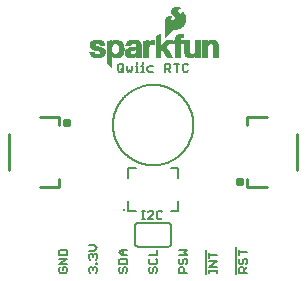
<source format=gto>
G75*
%MOIN*%
%OFA0B0*%
%FSLAX25Y25*%
%IPPOS*%
%LPD*%
%AMOC8*
5,1,8,0,0,1.08239X$1,22.5*
%
%ADD10C,0.00500*%
%ADD11C,0.01000*%
%ADD12C,0.01575*%
%ADD13C,0.00600*%
%ADD14C,0.01114*%
%ADD15C,0.00700*%
%ADD16C,0.00300*%
D10*
X0151981Y0050200D02*
X0152431Y0049750D01*
X0154233Y0049750D01*
X0154683Y0050200D01*
X0154683Y0051101D01*
X0154233Y0051552D01*
X0153332Y0051552D01*
X0153332Y0050651D01*
X0152431Y0051552D02*
X0151981Y0051101D01*
X0151981Y0050200D01*
X0151981Y0052697D02*
X0154683Y0054498D01*
X0151981Y0054498D01*
X0151981Y0055643D02*
X0151981Y0056994D01*
X0152431Y0057445D01*
X0154233Y0057445D01*
X0154683Y0056994D01*
X0154683Y0055643D01*
X0151981Y0055643D01*
X0151981Y0052697D02*
X0154683Y0052697D01*
X0161981Y0051101D02*
X0161981Y0050200D01*
X0162431Y0049750D01*
X0163332Y0050651D02*
X0163332Y0051101D01*
X0163783Y0051552D01*
X0164233Y0051552D01*
X0164683Y0051101D01*
X0164683Y0050200D01*
X0164233Y0049750D01*
X0163332Y0051101D02*
X0162882Y0051552D01*
X0162431Y0051552D01*
X0161981Y0051101D01*
X0164233Y0052697D02*
X0164233Y0053147D01*
X0164683Y0053147D01*
X0164683Y0052697D01*
X0164233Y0052697D01*
X0164233Y0054170D02*
X0164683Y0054620D01*
X0164683Y0055521D01*
X0164233Y0055971D01*
X0163783Y0055971D01*
X0163332Y0055521D01*
X0163332Y0055071D01*
X0163332Y0055521D02*
X0162882Y0055971D01*
X0162431Y0055971D01*
X0161981Y0055521D01*
X0161981Y0054620D01*
X0162431Y0054170D01*
X0161981Y0057116D02*
X0163783Y0057116D01*
X0164683Y0058017D01*
X0163783Y0058918D01*
X0161981Y0058918D01*
X0171981Y0056544D02*
X0172882Y0055643D01*
X0174683Y0055643D01*
X0174233Y0054498D02*
X0172431Y0054498D01*
X0171981Y0054048D01*
X0171981Y0052697D01*
X0174683Y0052697D01*
X0174683Y0054048D01*
X0174233Y0054498D01*
X0173332Y0055643D02*
X0173332Y0057445D01*
X0172882Y0057445D02*
X0174683Y0057445D01*
X0172882Y0057445D02*
X0171981Y0056544D01*
X0181981Y0055643D02*
X0184683Y0055643D01*
X0184683Y0057445D01*
X0184233Y0054498D02*
X0184683Y0054048D01*
X0184683Y0053147D01*
X0184233Y0052697D01*
X0182431Y0052697D01*
X0181981Y0053147D01*
X0181981Y0054048D01*
X0182431Y0054498D01*
X0182431Y0051552D02*
X0181981Y0051101D01*
X0181981Y0050200D01*
X0182431Y0049750D01*
X0182882Y0049750D01*
X0183332Y0050200D01*
X0183332Y0051101D01*
X0183783Y0051552D01*
X0184233Y0051552D01*
X0184683Y0051101D01*
X0184683Y0050200D01*
X0184233Y0049750D01*
X0191981Y0049750D02*
X0191981Y0051101D01*
X0192431Y0051552D01*
X0193332Y0051552D01*
X0193783Y0051101D01*
X0193783Y0049750D01*
X0194683Y0049750D02*
X0191981Y0049750D01*
X0192431Y0052697D02*
X0192882Y0052697D01*
X0193332Y0053147D01*
X0193332Y0054048D01*
X0193783Y0054498D01*
X0194233Y0054498D01*
X0194683Y0054048D01*
X0194683Y0053147D01*
X0194233Y0052697D01*
X0192431Y0052697D02*
X0191981Y0053147D01*
X0191981Y0054048D01*
X0192431Y0054498D01*
X0191981Y0055643D02*
X0194683Y0055643D01*
X0193783Y0056544D01*
X0194683Y0057445D01*
X0191981Y0057445D01*
X0200983Y0057357D02*
X0200983Y0049500D01*
X0201981Y0049750D02*
X0201981Y0050651D01*
X0201981Y0050200D02*
X0204683Y0050200D01*
X0204683Y0049750D02*
X0204683Y0050651D01*
X0204683Y0051714D02*
X0201981Y0051714D01*
X0204683Y0053516D01*
X0201981Y0053516D01*
X0201981Y0054661D02*
X0201981Y0056462D01*
X0201981Y0055562D02*
X0204683Y0055562D01*
X0210983Y0058340D02*
X0210983Y0049500D01*
X0211981Y0049750D02*
X0211981Y0051101D01*
X0212431Y0051552D01*
X0213332Y0051552D01*
X0213783Y0051101D01*
X0213783Y0049750D01*
X0214683Y0049750D02*
X0211981Y0049750D01*
X0213783Y0050651D02*
X0214683Y0051552D01*
X0214233Y0052697D02*
X0214683Y0053147D01*
X0214683Y0054048D01*
X0214233Y0054498D01*
X0213783Y0054498D01*
X0213332Y0054048D01*
X0213332Y0053147D01*
X0212882Y0052697D01*
X0212431Y0052697D01*
X0211981Y0053147D01*
X0211981Y0054048D01*
X0212431Y0054498D01*
X0211981Y0055643D02*
X0211981Y0057445D01*
X0211981Y0056544D02*
X0214683Y0056544D01*
X0186367Y0068100D02*
X0185917Y0067650D01*
X0185016Y0067650D01*
X0184566Y0068100D01*
X0184566Y0069902D01*
X0185016Y0070352D01*
X0185917Y0070352D01*
X0186367Y0069902D01*
X0183421Y0069902D02*
X0182970Y0070352D01*
X0182069Y0070352D01*
X0181619Y0069902D01*
X0180555Y0070352D02*
X0179655Y0070352D01*
X0180105Y0070352D02*
X0180105Y0067650D01*
X0179655Y0067650D02*
X0180555Y0067650D01*
X0181619Y0067650D02*
X0183421Y0069452D01*
X0183421Y0069902D01*
X0183421Y0067650D02*
X0181619Y0067650D01*
X0174233Y0051552D02*
X0174683Y0051101D01*
X0174683Y0050200D01*
X0174233Y0049750D01*
X0173332Y0050200D02*
X0173332Y0051101D01*
X0173783Y0051552D01*
X0174233Y0051552D01*
X0173332Y0050200D02*
X0172882Y0049750D01*
X0172431Y0049750D01*
X0171981Y0050200D01*
X0171981Y0051101D01*
X0172431Y0051552D01*
X0169947Y0099000D02*
X0169951Y0099329D01*
X0169963Y0099657D01*
X0169983Y0099985D01*
X0170011Y0100312D01*
X0170048Y0100639D01*
X0170092Y0100964D01*
X0170144Y0101288D01*
X0170204Y0101611D01*
X0170272Y0101933D01*
X0170348Y0102253D01*
X0170432Y0102570D01*
X0170523Y0102886D01*
X0170623Y0103199D01*
X0170729Y0103510D01*
X0170844Y0103818D01*
X0170966Y0104123D01*
X0171095Y0104425D01*
X0171232Y0104723D01*
X0171376Y0105018D01*
X0171528Y0105310D01*
X0171686Y0105598D01*
X0171851Y0105882D01*
X0172024Y0106161D01*
X0172203Y0106437D01*
X0172389Y0106708D01*
X0172581Y0106974D01*
X0172780Y0107235D01*
X0172985Y0107492D01*
X0173197Y0107743D01*
X0173415Y0107989D01*
X0173638Y0108230D01*
X0173868Y0108465D01*
X0174103Y0108695D01*
X0174344Y0108918D01*
X0174590Y0109136D01*
X0174841Y0109348D01*
X0175098Y0109553D01*
X0175359Y0109752D01*
X0175625Y0109944D01*
X0175896Y0110130D01*
X0176172Y0110309D01*
X0176451Y0110482D01*
X0176735Y0110647D01*
X0177023Y0110805D01*
X0177315Y0110957D01*
X0177610Y0111101D01*
X0177908Y0111238D01*
X0178210Y0111367D01*
X0178515Y0111489D01*
X0178823Y0111604D01*
X0179134Y0111710D01*
X0179447Y0111810D01*
X0179763Y0111901D01*
X0180080Y0111985D01*
X0180400Y0112061D01*
X0180722Y0112129D01*
X0181045Y0112189D01*
X0181369Y0112241D01*
X0181694Y0112285D01*
X0182021Y0112322D01*
X0182348Y0112350D01*
X0182676Y0112370D01*
X0183004Y0112382D01*
X0183333Y0112386D01*
X0183662Y0112382D01*
X0183990Y0112370D01*
X0184318Y0112350D01*
X0184645Y0112322D01*
X0184972Y0112285D01*
X0185297Y0112241D01*
X0185621Y0112189D01*
X0185944Y0112129D01*
X0186266Y0112061D01*
X0186586Y0111985D01*
X0186903Y0111901D01*
X0187219Y0111810D01*
X0187532Y0111710D01*
X0187843Y0111604D01*
X0188151Y0111489D01*
X0188456Y0111367D01*
X0188758Y0111238D01*
X0189056Y0111101D01*
X0189351Y0110957D01*
X0189643Y0110805D01*
X0189931Y0110647D01*
X0190215Y0110482D01*
X0190494Y0110309D01*
X0190770Y0110130D01*
X0191041Y0109944D01*
X0191307Y0109752D01*
X0191568Y0109553D01*
X0191825Y0109348D01*
X0192076Y0109136D01*
X0192322Y0108918D01*
X0192563Y0108695D01*
X0192798Y0108465D01*
X0193028Y0108230D01*
X0193251Y0107989D01*
X0193469Y0107743D01*
X0193681Y0107492D01*
X0193886Y0107235D01*
X0194085Y0106974D01*
X0194277Y0106708D01*
X0194463Y0106437D01*
X0194642Y0106161D01*
X0194815Y0105882D01*
X0194980Y0105598D01*
X0195138Y0105310D01*
X0195290Y0105018D01*
X0195434Y0104723D01*
X0195571Y0104425D01*
X0195700Y0104123D01*
X0195822Y0103818D01*
X0195937Y0103510D01*
X0196043Y0103199D01*
X0196143Y0102886D01*
X0196234Y0102570D01*
X0196318Y0102253D01*
X0196394Y0101933D01*
X0196462Y0101611D01*
X0196522Y0101288D01*
X0196574Y0100964D01*
X0196618Y0100639D01*
X0196655Y0100312D01*
X0196683Y0099985D01*
X0196703Y0099657D01*
X0196715Y0099329D01*
X0196719Y0099000D01*
X0196715Y0098671D01*
X0196703Y0098343D01*
X0196683Y0098015D01*
X0196655Y0097688D01*
X0196618Y0097361D01*
X0196574Y0097036D01*
X0196522Y0096712D01*
X0196462Y0096389D01*
X0196394Y0096067D01*
X0196318Y0095747D01*
X0196234Y0095430D01*
X0196143Y0095114D01*
X0196043Y0094801D01*
X0195937Y0094490D01*
X0195822Y0094182D01*
X0195700Y0093877D01*
X0195571Y0093575D01*
X0195434Y0093277D01*
X0195290Y0092982D01*
X0195138Y0092690D01*
X0194980Y0092402D01*
X0194815Y0092118D01*
X0194642Y0091839D01*
X0194463Y0091563D01*
X0194277Y0091292D01*
X0194085Y0091026D01*
X0193886Y0090765D01*
X0193681Y0090508D01*
X0193469Y0090257D01*
X0193251Y0090011D01*
X0193028Y0089770D01*
X0192798Y0089535D01*
X0192563Y0089305D01*
X0192322Y0089082D01*
X0192076Y0088864D01*
X0191825Y0088652D01*
X0191568Y0088447D01*
X0191307Y0088248D01*
X0191041Y0088056D01*
X0190770Y0087870D01*
X0190494Y0087691D01*
X0190215Y0087518D01*
X0189931Y0087353D01*
X0189643Y0087195D01*
X0189351Y0087043D01*
X0189056Y0086899D01*
X0188758Y0086762D01*
X0188456Y0086633D01*
X0188151Y0086511D01*
X0187843Y0086396D01*
X0187532Y0086290D01*
X0187219Y0086190D01*
X0186903Y0086099D01*
X0186586Y0086015D01*
X0186266Y0085939D01*
X0185944Y0085871D01*
X0185621Y0085811D01*
X0185297Y0085759D01*
X0184972Y0085715D01*
X0184645Y0085678D01*
X0184318Y0085650D01*
X0183990Y0085630D01*
X0183662Y0085618D01*
X0183333Y0085614D01*
X0183004Y0085618D01*
X0182676Y0085630D01*
X0182348Y0085650D01*
X0182021Y0085678D01*
X0181694Y0085715D01*
X0181369Y0085759D01*
X0181045Y0085811D01*
X0180722Y0085871D01*
X0180400Y0085939D01*
X0180080Y0086015D01*
X0179763Y0086099D01*
X0179447Y0086190D01*
X0179134Y0086290D01*
X0178823Y0086396D01*
X0178515Y0086511D01*
X0178210Y0086633D01*
X0177908Y0086762D01*
X0177610Y0086899D01*
X0177315Y0087043D01*
X0177023Y0087195D01*
X0176735Y0087353D01*
X0176451Y0087518D01*
X0176172Y0087691D01*
X0175896Y0087870D01*
X0175625Y0088056D01*
X0175359Y0088248D01*
X0175098Y0088447D01*
X0174841Y0088652D01*
X0174590Y0088864D01*
X0174344Y0089082D01*
X0174103Y0089305D01*
X0173868Y0089535D01*
X0173638Y0089770D01*
X0173415Y0090011D01*
X0173197Y0090257D01*
X0172985Y0090508D01*
X0172780Y0090765D01*
X0172581Y0091026D01*
X0172389Y0091292D01*
X0172203Y0091563D01*
X0172024Y0091839D01*
X0171851Y0092118D01*
X0171686Y0092402D01*
X0171528Y0092690D01*
X0171376Y0092982D01*
X0171232Y0093277D01*
X0171095Y0093575D01*
X0170966Y0093877D01*
X0170844Y0094182D01*
X0170729Y0094490D01*
X0170623Y0094801D01*
X0170523Y0095114D01*
X0170432Y0095430D01*
X0170348Y0095747D01*
X0170272Y0096067D01*
X0170204Y0096389D01*
X0170144Y0096712D01*
X0170092Y0097036D01*
X0170048Y0097361D01*
X0170011Y0097688D01*
X0169983Y0098015D01*
X0169963Y0098343D01*
X0169951Y0098671D01*
X0169947Y0099000D01*
X0172034Y0116750D02*
X0171583Y0117200D01*
X0171583Y0119002D01*
X0172034Y0119452D01*
X0172934Y0119452D01*
X0173385Y0119002D01*
X0173385Y0117200D01*
X0172934Y0116750D01*
X0172034Y0116750D01*
X0172484Y0117651D02*
X0173385Y0116750D01*
X0174530Y0117200D02*
X0174980Y0116750D01*
X0175431Y0117200D01*
X0175881Y0116750D01*
X0176331Y0117200D01*
X0176331Y0118552D01*
X0177476Y0118552D02*
X0177927Y0118552D01*
X0177927Y0116750D01*
X0178377Y0116750D02*
X0177476Y0116750D01*
X0179441Y0116750D02*
X0180341Y0116750D01*
X0179891Y0116750D02*
X0179891Y0118552D01*
X0179441Y0118552D01*
X0179891Y0119452D02*
X0179891Y0119903D01*
X0177927Y0119903D02*
X0177927Y0119452D01*
X0174530Y0118552D02*
X0174530Y0117200D01*
X0181405Y0117200D02*
X0181855Y0116750D01*
X0183207Y0116750D01*
X0183207Y0118552D02*
X0181855Y0118552D01*
X0181405Y0118101D01*
X0181405Y0117200D01*
X0187298Y0116750D02*
X0187298Y0119452D01*
X0188649Y0119452D01*
X0189100Y0119002D01*
X0189100Y0118101D01*
X0188649Y0117651D01*
X0187298Y0117651D01*
X0188199Y0117651D02*
X0189100Y0116750D01*
X0191145Y0116750D02*
X0191145Y0119452D01*
X0190245Y0119452D02*
X0192046Y0119452D01*
X0193191Y0119002D02*
X0193191Y0117200D01*
X0193642Y0116750D01*
X0194542Y0116750D01*
X0194993Y0117200D01*
X0194993Y0119002D02*
X0194542Y0119452D01*
X0193642Y0119452D01*
X0193191Y0119002D01*
D11*
X0214711Y0101811D02*
X0221207Y0101811D01*
X0214711Y0101811D02*
X0214711Y0098858D01*
X0231444Y0095906D02*
X0231444Y0084094D01*
X0221207Y0078189D02*
X0214711Y0078189D01*
X0214711Y0081142D01*
X0151955Y0081142D02*
X0151955Y0078189D01*
X0145459Y0078189D01*
X0135223Y0084094D02*
X0135223Y0095906D01*
X0145459Y0101811D02*
X0151955Y0101811D01*
X0151955Y0098858D01*
D12*
X0153957Y0099843D02*
X0153959Y0099890D01*
X0153965Y0099936D01*
X0153974Y0099982D01*
X0153988Y0100026D01*
X0154005Y0100070D01*
X0154026Y0100111D01*
X0154050Y0100151D01*
X0154077Y0100189D01*
X0154108Y0100224D01*
X0154141Y0100257D01*
X0154177Y0100287D01*
X0154216Y0100313D01*
X0154256Y0100337D01*
X0154298Y0100356D01*
X0154342Y0100373D01*
X0154387Y0100385D01*
X0154433Y0100394D01*
X0154479Y0100399D01*
X0154526Y0100400D01*
X0154572Y0100397D01*
X0154618Y0100390D01*
X0154664Y0100379D01*
X0154708Y0100365D01*
X0154751Y0100347D01*
X0154792Y0100325D01*
X0154832Y0100300D01*
X0154869Y0100272D01*
X0154904Y0100241D01*
X0154936Y0100207D01*
X0154965Y0100170D01*
X0154990Y0100132D01*
X0155013Y0100091D01*
X0155032Y0100048D01*
X0155047Y0100004D01*
X0155059Y0099959D01*
X0155067Y0099913D01*
X0155071Y0099866D01*
X0155071Y0099820D01*
X0155067Y0099773D01*
X0155059Y0099727D01*
X0155047Y0099682D01*
X0155032Y0099638D01*
X0155013Y0099595D01*
X0154990Y0099554D01*
X0154965Y0099516D01*
X0154936Y0099479D01*
X0154904Y0099445D01*
X0154869Y0099414D01*
X0154832Y0099386D01*
X0154793Y0099361D01*
X0154751Y0099339D01*
X0154708Y0099321D01*
X0154664Y0099307D01*
X0154618Y0099296D01*
X0154572Y0099289D01*
X0154526Y0099286D01*
X0154479Y0099287D01*
X0154433Y0099292D01*
X0154387Y0099301D01*
X0154342Y0099313D01*
X0154298Y0099330D01*
X0154256Y0099349D01*
X0154216Y0099373D01*
X0154177Y0099399D01*
X0154141Y0099429D01*
X0154108Y0099462D01*
X0154077Y0099497D01*
X0154050Y0099535D01*
X0154026Y0099575D01*
X0154005Y0099616D01*
X0153988Y0099660D01*
X0153974Y0099704D01*
X0153965Y0099750D01*
X0153959Y0099796D01*
X0153957Y0099843D01*
X0211595Y0080157D02*
X0211597Y0080204D01*
X0211603Y0080250D01*
X0211612Y0080296D01*
X0211626Y0080340D01*
X0211643Y0080384D01*
X0211664Y0080425D01*
X0211688Y0080465D01*
X0211715Y0080503D01*
X0211746Y0080538D01*
X0211779Y0080571D01*
X0211815Y0080601D01*
X0211854Y0080627D01*
X0211894Y0080651D01*
X0211936Y0080670D01*
X0211980Y0080687D01*
X0212025Y0080699D01*
X0212071Y0080708D01*
X0212117Y0080713D01*
X0212164Y0080714D01*
X0212210Y0080711D01*
X0212256Y0080704D01*
X0212302Y0080693D01*
X0212346Y0080679D01*
X0212389Y0080661D01*
X0212430Y0080639D01*
X0212470Y0080614D01*
X0212507Y0080586D01*
X0212542Y0080555D01*
X0212574Y0080521D01*
X0212603Y0080484D01*
X0212628Y0080446D01*
X0212651Y0080405D01*
X0212670Y0080362D01*
X0212685Y0080318D01*
X0212697Y0080273D01*
X0212705Y0080227D01*
X0212709Y0080180D01*
X0212709Y0080134D01*
X0212705Y0080087D01*
X0212697Y0080041D01*
X0212685Y0079996D01*
X0212670Y0079952D01*
X0212651Y0079909D01*
X0212628Y0079868D01*
X0212603Y0079830D01*
X0212574Y0079793D01*
X0212542Y0079759D01*
X0212507Y0079728D01*
X0212470Y0079700D01*
X0212431Y0079675D01*
X0212389Y0079653D01*
X0212346Y0079635D01*
X0212302Y0079621D01*
X0212256Y0079610D01*
X0212210Y0079603D01*
X0212164Y0079600D01*
X0212117Y0079601D01*
X0212071Y0079606D01*
X0212025Y0079615D01*
X0211980Y0079627D01*
X0211936Y0079644D01*
X0211894Y0079663D01*
X0211854Y0079687D01*
X0211815Y0079713D01*
X0211779Y0079743D01*
X0211746Y0079776D01*
X0211715Y0079811D01*
X0211688Y0079849D01*
X0211664Y0079889D01*
X0211643Y0079930D01*
X0211626Y0079974D01*
X0211612Y0080018D01*
X0211603Y0080064D01*
X0211597Y0080110D01*
X0211595Y0080157D01*
D13*
X0188333Y0066500D02*
X0178333Y0066500D01*
X0178273Y0066498D01*
X0178212Y0066493D01*
X0178153Y0066484D01*
X0178094Y0066471D01*
X0178035Y0066455D01*
X0177978Y0066435D01*
X0177923Y0066412D01*
X0177868Y0066385D01*
X0177816Y0066356D01*
X0177765Y0066323D01*
X0177716Y0066287D01*
X0177670Y0066249D01*
X0177626Y0066207D01*
X0177584Y0066163D01*
X0177546Y0066117D01*
X0177510Y0066068D01*
X0177477Y0066017D01*
X0177448Y0065965D01*
X0177421Y0065910D01*
X0177398Y0065855D01*
X0177378Y0065798D01*
X0177362Y0065739D01*
X0177349Y0065680D01*
X0177340Y0065621D01*
X0177335Y0065560D01*
X0177333Y0065500D01*
X0177333Y0059500D01*
X0177335Y0059440D01*
X0177340Y0059379D01*
X0177349Y0059320D01*
X0177362Y0059261D01*
X0177378Y0059202D01*
X0177398Y0059145D01*
X0177421Y0059090D01*
X0177448Y0059035D01*
X0177477Y0058983D01*
X0177510Y0058932D01*
X0177546Y0058883D01*
X0177584Y0058837D01*
X0177626Y0058793D01*
X0177670Y0058751D01*
X0177716Y0058713D01*
X0177765Y0058677D01*
X0177816Y0058644D01*
X0177868Y0058615D01*
X0177923Y0058588D01*
X0177978Y0058565D01*
X0178035Y0058545D01*
X0178094Y0058529D01*
X0178153Y0058516D01*
X0178212Y0058507D01*
X0178273Y0058502D01*
X0178333Y0058500D01*
X0188333Y0058500D01*
X0188393Y0058502D01*
X0188454Y0058507D01*
X0188513Y0058516D01*
X0188572Y0058529D01*
X0188631Y0058545D01*
X0188688Y0058565D01*
X0188743Y0058588D01*
X0188798Y0058615D01*
X0188850Y0058644D01*
X0188901Y0058677D01*
X0188950Y0058713D01*
X0188996Y0058751D01*
X0189040Y0058793D01*
X0189082Y0058837D01*
X0189120Y0058883D01*
X0189156Y0058932D01*
X0189189Y0058983D01*
X0189218Y0059035D01*
X0189245Y0059090D01*
X0189268Y0059145D01*
X0189288Y0059202D01*
X0189304Y0059261D01*
X0189317Y0059320D01*
X0189326Y0059379D01*
X0189331Y0059440D01*
X0189333Y0059500D01*
X0189333Y0065500D01*
X0189331Y0065560D01*
X0189326Y0065621D01*
X0189317Y0065680D01*
X0189304Y0065739D01*
X0189288Y0065798D01*
X0189268Y0065855D01*
X0189245Y0065910D01*
X0189218Y0065965D01*
X0189189Y0066017D01*
X0189156Y0066068D01*
X0189120Y0066117D01*
X0189082Y0066163D01*
X0189040Y0066207D01*
X0188996Y0066249D01*
X0188950Y0066287D01*
X0188901Y0066323D01*
X0188850Y0066356D01*
X0188798Y0066385D01*
X0188743Y0066412D01*
X0188688Y0066435D01*
X0188631Y0066455D01*
X0188572Y0066471D01*
X0188513Y0066484D01*
X0188454Y0066493D01*
X0188393Y0066498D01*
X0188333Y0066500D01*
D14*
X0173688Y0070610D03*
D15*
X0175066Y0070413D02*
X0175066Y0073563D01*
X0175066Y0070413D02*
X0177507Y0070413D01*
X0189160Y0070413D02*
X0191601Y0070413D01*
X0191601Y0073563D01*
X0191601Y0081437D02*
X0191601Y0084587D01*
X0189160Y0084587D01*
X0177507Y0084587D02*
X0175066Y0084587D01*
X0175066Y0081437D01*
D16*
X0169349Y0118394D02*
X0169192Y0118551D01*
X0168995Y0118748D01*
X0168798Y0118906D01*
X0168601Y0119063D01*
X0168404Y0119220D01*
X0168207Y0119417D01*
X0168050Y0119575D01*
X0167853Y0119732D01*
X0167853Y0127016D01*
X0168010Y0127055D01*
X0168207Y0127094D01*
X0168404Y0127094D01*
X0168562Y0127134D01*
X0168759Y0127173D01*
X0168916Y0127213D01*
X0169113Y0127252D01*
X0169310Y0127291D01*
X0169310Y0126583D01*
X0169467Y0126780D01*
X0169625Y0126937D01*
X0169822Y0127094D01*
X0170018Y0127213D01*
X0170215Y0127331D01*
X0170451Y0127370D01*
X0170688Y0127409D01*
X0170963Y0127409D01*
X0171554Y0127370D01*
X0172105Y0127173D01*
X0172538Y0126898D01*
X0172892Y0126504D01*
X0173168Y0126071D01*
X0173325Y0125559D01*
X0173444Y0125008D01*
X0173483Y0124417D01*
X0171948Y0124457D01*
X0171948Y0124811D01*
X0171908Y0125126D01*
X0171790Y0125441D01*
X0171672Y0125717D01*
X0171475Y0125953D01*
X0171239Y0126110D01*
X0170963Y0126228D01*
X0170609Y0126268D01*
X0170294Y0126228D01*
X0169979Y0126110D01*
X0169782Y0125953D01*
X0169585Y0125717D01*
X0169467Y0125441D01*
X0169349Y0125126D01*
X0169310Y0124811D01*
X0169310Y0124142D01*
X0169388Y0123827D01*
X0169467Y0123512D01*
X0169585Y0123236D01*
X0169782Y0123039D01*
X0170018Y0122843D01*
X0170294Y0122764D01*
X0170648Y0122724D01*
X0170963Y0122764D01*
X0171278Y0122843D01*
X0171514Y0123039D01*
X0171672Y0123236D01*
X0171790Y0123512D01*
X0173129Y0122882D01*
X0172892Y0122449D01*
X0172538Y0122094D01*
X0172105Y0121780D01*
X0171633Y0121622D01*
X0171042Y0121543D01*
X0170806Y0121583D01*
X0170570Y0121622D01*
X0170333Y0121661D01*
X0170097Y0121780D01*
X0169900Y0121898D01*
X0169703Y0122016D01*
X0169546Y0122213D01*
X0169388Y0122409D01*
X0169349Y0122409D01*
X0169349Y0118394D01*
X0169349Y0118508D02*
X0169234Y0118508D01*
X0169349Y0118807D02*
X0168921Y0118807D01*
X0168548Y0119105D02*
X0169349Y0119105D01*
X0169349Y0119404D02*
X0168221Y0119404D01*
X0167890Y0119703D02*
X0169349Y0119703D01*
X0169349Y0120001D02*
X0167853Y0120001D01*
X0167853Y0120300D02*
X0169349Y0120300D01*
X0169349Y0120598D02*
X0167853Y0120598D01*
X0167853Y0120897D02*
X0169349Y0120897D01*
X0169349Y0121195D02*
X0167853Y0121195D01*
X0167853Y0121494D02*
X0169349Y0121494D01*
X0169349Y0121792D02*
X0167853Y0121792D01*
X0167853Y0122091D02*
X0169349Y0122091D01*
X0169644Y0122091D02*
X0172533Y0122091D01*
X0172833Y0122389D02*
X0169405Y0122389D01*
X0169349Y0122389D02*
X0167853Y0122389D01*
X0167853Y0122688D02*
X0173023Y0122688D01*
X0173129Y0122882D02*
X0171790Y0123512D01*
X0171908Y0123827D01*
X0171948Y0124142D01*
X0171948Y0124457D01*
X0173483Y0124417D01*
X0173444Y0123866D01*
X0173325Y0123354D01*
X0173129Y0122882D01*
X0173172Y0122986D02*
X0172907Y0122986D01*
X0171451Y0122986D01*
X0171693Y0123285D02*
X0172273Y0123285D01*
X0173296Y0123285D01*
X0173378Y0123583D02*
X0171817Y0123583D01*
X0171915Y0123882D02*
X0173445Y0123882D01*
X0173466Y0124180D02*
X0171948Y0124180D01*
X0171948Y0124479D02*
X0173479Y0124479D01*
X0173459Y0124777D02*
X0171948Y0124777D01*
X0171914Y0125076D02*
X0173429Y0125076D01*
X0173365Y0125374D02*
X0171815Y0125374D01*
X0171691Y0125673D02*
X0173290Y0125673D01*
X0173199Y0125971D02*
X0171447Y0125971D01*
X0172117Y0127165D02*
X0169940Y0127165D01*
X0169554Y0126867D02*
X0172566Y0126867D01*
X0172834Y0126568D02*
X0167853Y0126568D01*
X0167853Y0126270D02*
X0173041Y0126270D01*
X0174192Y0126031D02*
X0174270Y0126268D01*
X0174388Y0126425D01*
X0174507Y0126622D01*
X0174625Y0126780D01*
X0174782Y0126898D01*
X0174979Y0127016D01*
X0175176Y0127134D01*
X0175373Y0127213D01*
X0175570Y0127252D01*
X0175806Y0127331D01*
X0176042Y0127370D01*
X0176239Y0127409D01*
X0177144Y0127409D01*
X0177341Y0127370D01*
X0177577Y0127370D01*
X0177774Y0127331D01*
X0177971Y0127252D01*
X0178168Y0127213D01*
X0178365Y0127134D01*
X0178522Y0127016D01*
X0178680Y0126898D01*
X0178837Y0126780D01*
X0178955Y0126622D01*
X0179034Y0126465D01*
X0179113Y0126268D01*
X0179152Y0126071D01*
X0179152Y0122646D01*
X0179192Y0122567D01*
X0179192Y0122213D01*
X0179231Y0122134D01*
X0179231Y0122055D01*
X0179270Y0121976D01*
X0179270Y0121858D01*
X0179310Y0121780D01*
X0179349Y0121740D01*
X0179349Y0121701D01*
X0177814Y0121701D01*
X0177814Y0121740D01*
X0177774Y0121780D01*
X0177774Y0121819D01*
X0177735Y0121858D01*
X0177735Y0121976D01*
X0177696Y0122016D01*
X0177696Y0122252D01*
X0177617Y0122134D01*
X0177499Y0122055D01*
X0177420Y0121976D01*
X0177302Y0121898D01*
X0177184Y0121858D01*
X0177066Y0121780D01*
X0176948Y0121740D01*
X0176829Y0121701D01*
X0176711Y0121661D01*
X0176593Y0121622D01*
X0176475Y0121622D01*
X0176357Y0121583D01*
X0176199Y0121583D01*
X0176081Y0121543D01*
X0175648Y0121543D01*
X0175451Y0121583D01*
X0175255Y0121583D01*
X0175097Y0121622D01*
X0174900Y0121701D01*
X0174743Y0121780D01*
X0174625Y0121858D01*
X0174467Y0121937D01*
X0174349Y0122055D01*
X0174270Y0122173D01*
X0174152Y0122331D01*
X0174073Y0122449D01*
X0174034Y0122646D01*
X0173955Y0122803D01*
X0173955Y0123000D01*
X0173916Y0123197D01*
X0173995Y0123630D01*
X0174113Y0123984D01*
X0174270Y0124260D01*
X0174546Y0124496D01*
X0174822Y0124654D01*
X0175136Y0124772D01*
X0175451Y0124850D01*
X0175806Y0124890D01*
X0176121Y0124063D01*
X0176003Y0124024D01*
X0175924Y0123984D01*
X0175885Y0123945D01*
X0175806Y0123906D01*
X0175727Y0123866D01*
X0175688Y0123827D01*
X0175609Y0123787D01*
X0175570Y0123709D01*
X0175530Y0123630D01*
X0175491Y0123551D01*
X0175491Y0123472D01*
X0175451Y0123394D01*
X0175451Y0123197D01*
X0175491Y0123079D01*
X0175491Y0123000D01*
X0175530Y0122921D01*
X0175570Y0122882D01*
X0175609Y0122803D01*
X0175688Y0122764D01*
X0175727Y0122724D01*
X0175806Y0122685D01*
X0175885Y0122646D01*
X0175963Y0122646D01*
X0176042Y0122606D01*
X0176121Y0122606D01*
X0176199Y0122567D01*
X0176396Y0122567D01*
X0176593Y0122606D01*
X0176790Y0122606D01*
X0176948Y0122685D01*
X0177105Y0122724D01*
X0177223Y0122803D01*
X0177302Y0122882D01*
X0177381Y0123000D01*
X0177459Y0123079D01*
X0177499Y0123197D01*
X0177538Y0123315D01*
X0177577Y0123394D01*
X0177617Y0123512D01*
X0177617Y0124417D01*
X0177577Y0124378D01*
X0177538Y0124339D01*
X0177459Y0124339D01*
X0177381Y0124299D01*
X0177302Y0124260D01*
X0177223Y0124260D01*
X0177144Y0124220D01*
X0176987Y0124220D01*
X0176790Y0125008D01*
X0177066Y0125087D01*
X0177302Y0125165D01*
X0177499Y0125283D01*
X0177617Y0125441D01*
X0177617Y0125874D01*
X0177577Y0125953D01*
X0177538Y0126031D01*
X0177499Y0126110D01*
X0177459Y0126150D01*
X0177420Y0126228D01*
X0177341Y0126268D01*
X0177262Y0126307D01*
X0177184Y0126346D01*
X0177105Y0126346D01*
X0177026Y0126386D01*
X0176318Y0126386D01*
X0176239Y0126346D01*
X0176160Y0126307D01*
X0176081Y0126268D01*
X0176003Y0126228D01*
X0175924Y0126189D01*
X0175885Y0126150D01*
X0175806Y0126071D01*
X0175766Y0126031D01*
X0175727Y0125953D01*
X0175688Y0125835D01*
X0175648Y0125756D01*
X0175648Y0125559D01*
X0174113Y0125559D01*
X0174152Y0125795D01*
X0174192Y0126031D01*
X0174182Y0125971D02*
X0175736Y0125971D01*
X0175648Y0125673D02*
X0174132Y0125673D01*
X0174272Y0126270D02*
X0176085Y0126270D01*
X0175254Y0127165D02*
X0178286Y0127165D01*
X0178721Y0126867D02*
X0174741Y0126867D01*
X0174474Y0126568D02*
X0178982Y0126568D01*
X0179112Y0126270D02*
X0177337Y0126270D01*
X0177568Y0125971D02*
X0179152Y0125971D01*
X0179152Y0125673D02*
X0177617Y0125673D01*
X0177567Y0125374D02*
X0179152Y0125374D01*
X0179152Y0125076D02*
X0177027Y0125076D01*
X0176790Y0125008D02*
X0176987Y0124220D01*
X0176908Y0124181D01*
X0176829Y0124181D01*
X0176711Y0124142D01*
X0176554Y0124142D01*
X0176436Y0124102D01*
X0176278Y0124102D01*
X0176199Y0124063D01*
X0176121Y0124063D01*
X0175806Y0124890D01*
X0176160Y0124929D01*
X0176514Y0124969D01*
X0176790Y0125008D01*
X0176848Y0124777D02*
X0179152Y0124777D01*
X0179152Y0124479D02*
X0176922Y0124479D01*
X0175962Y0124479D01*
X0174526Y0124479D01*
X0174225Y0124180D02*
X0176076Y0124180D01*
X0176827Y0124180D01*
X0176848Y0124777D02*
X0175849Y0124777D01*
X0175159Y0124777D01*
X0175758Y0123882D02*
X0174079Y0123882D01*
X0173986Y0123583D02*
X0175507Y0123583D01*
X0175451Y0123285D02*
X0173932Y0123285D01*
X0173955Y0122986D02*
X0175498Y0122986D01*
X0175801Y0122688D02*
X0174013Y0122688D01*
X0174113Y0122389D02*
X0179192Y0122389D01*
X0179231Y0122091D02*
X0177696Y0122091D01*
X0177552Y0122091D02*
X0174325Y0122091D01*
X0174724Y0121792D02*
X0177084Y0121792D01*
X0177774Y0121792D02*
X0179303Y0121792D01*
X0180018Y0121792D02*
X0181554Y0121792D01*
X0181554Y0121701D02*
X0180018Y0121701D01*
X0180018Y0126346D01*
X0180018Y0127016D01*
X0180215Y0127055D01*
X0180373Y0127094D01*
X0180570Y0127094D01*
X0180766Y0127134D01*
X0180924Y0127173D01*
X0181121Y0127213D01*
X0181318Y0127252D01*
X0181475Y0127291D01*
X0181475Y0126228D01*
X0181633Y0126504D01*
X0181790Y0126701D01*
X0181987Y0126937D01*
X0182184Y0127094D01*
X0182459Y0127252D01*
X0182696Y0127331D01*
X0182971Y0127409D01*
X0183522Y0127409D01*
X0183562Y0127370D01*
X0183601Y0127370D01*
X0183601Y0125953D01*
X0183562Y0125953D01*
X0183483Y0125992D01*
X0183050Y0125992D01*
X0182656Y0125953D01*
X0182341Y0125874D01*
X0182066Y0125717D01*
X0181869Y0125480D01*
X0181711Y0125205D01*
X0181633Y0124929D01*
X0181554Y0124575D01*
X0181554Y0121701D01*
X0181554Y0122091D02*
X0180018Y0122091D01*
X0180018Y0122389D02*
X0181554Y0122389D01*
X0181554Y0122688D02*
X0180018Y0122688D01*
X0180018Y0122986D02*
X0181554Y0122986D01*
X0181554Y0123285D02*
X0180018Y0123285D01*
X0180018Y0123583D02*
X0181554Y0123583D01*
X0181554Y0123882D02*
X0180018Y0123882D01*
X0180018Y0124180D02*
X0181554Y0124180D01*
X0181554Y0124479D02*
X0180018Y0124479D01*
X0180018Y0124777D02*
X0181599Y0124777D01*
X0181674Y0125076D02*
X0180018Y0125076D01*
X0180018Y0125374D02*
X0181808Y0125374D01*
X0182029Y0125673D02*
X0180018Y0125673D01*
X0180018Y0125971D02*
X0182841Y0125971D01*
X0183525Y0125971D02*
X0183601Y0125971D01*
X0183601Y0126270D02*
X0181499Y0126270D01*
X0181475Y0126270D02*
X0180018Y0126270D01*
X0180018Y0126568D02*
X0181475Y0126568D01*
X0181684Y0126568D02*
X0183601Y0126568D01*
X0183601Y0126867D02*
X0181928Y0126867D01*
X0181475Y0126867D02*
X0180018Y0126867D01*
X0180892Y0127165D02*
X0181475Y0127165D01*
X0182308Y0127165D02*
X0183601Y0127165D01*
X0184192Y0127165D02*
X0185727Y0127165D01*
X0185727Y0126867D02*
X0184192Y0126867D01*
X0184192Y0126568D02*
X0185727Y0126568D01*
X0185727Y0126270D02*
X0184192Y0126270D01*
X0184192Y0125971D02*
X0185727Y0125971D01*
X0185727Y0125673D02*
X0184192Y0125673D01*
X0184192Y0125374D02*
X0185727Y0125374D01*
X0185814Y0125374D02*
X0187513Y0125374D01*
X0187381Y0125244D02*
X0189703Y0121701D01*
X0187853Y0121701D01*
X0186318Y0124181D01*
X0185727Y0123630D01*
X0185727Y0121701D01*
X0184192Y0121701D01*
X0184192Y0128551D01*
X0185727Y0129378D01*
X0185727Y0125283D01*
X0187656Y0127291D01*
X0189467Y0127291D01*
X0187381Y0125244D01*
X0187491Y0125076D02*
X0184192Y0125076D01*
X0184192Y0124777D02*
X0187687Y0124777D01*
X0187882Y0124479D02*
X0184192Y0124479D01*
X0184192Y0124180D02*
X0186317Y0124180D01*
X0186318Y0124180D02*
X0188078Y0124180D01*
X0188274Y0123882D02*
X0186503Y0123882D01*
X0186688Y0123583D02*
X0188469Y0123583D01*
X0188665Y0123285D02*
X0186873Y0123285D01*
X0187057Y0122986D02*
X0188861Y0122986D01*
X0189056Y0122688D02*
X0187242Y0122688D01*
X0187427Y0122389D02*
X0189252Y0122389D01*
X0189448Y0122091D02*
X0187612Y0122091D01*
X0187796Y0121792D02*
X0189644Y0121792D01*
X0190648Y0121792D02*
X0192144Y0121792D01*
X0192144Y0121701D02*
X0190648Y0121701D01*
X0190648Y0125677D01*
X0190648Y0126268D01*
X0189113Y0126268D01*
X0189270Y0126386D01*
X0189388Y0126504D01*
X0189507Y0126622D01*
X0189664Y0126780D01*
X0189782Y0126898D01*
X0189900Y0127016D01*
X0190058Y0127134D01*
X0190176Y0127291D01*
X0190648Y0127291D01*
X0190648Y0128079D01*
X0190766Y0128394D01*
X0190885Y0128669D01*
X0191081Y0128906D01*
X0191357Y0129102D01*
X0191672Y0129260D01*
X0192066Y0129378D01*
X0193207Y0129378D01*
X0193286Y0129339D01*
X0193286Y0128236D01*
X0192617Y0128236D01*
X0192459Y0128197D01*
X0192381Y0128157D01*
X0192302Y0128118D01*
X0192223Y0128000D01*
X0192184Y0127921D01*
X0192184Y0127764D01*
X0192144Y0127606D01*
X0192144Y0127291D01*
X0193207Y0127291D01*
X0193207Y0126268D01*
X0192144Y0126268D01*
X0192144Y0121701D01*
X0192144Y0122091D02*
X0190648Y0122091D01*
X0190648Y0122389D02*
X0192144Y0122389D01*
X0192144Y0122688D02*
X0190648Y0122688D01*
X0190648Y0122986D02*
X0192144Y0122986D01*
X0192144Y0123285D02*
X0190648Y0123285D01*
X0190648Y0123583D02*
X0192144Y0123583D01*
X0192144Y0123882D02*
X0190648Y0123882D01*
X0190648Y0124180D02*
X0192144Y0124180D01*
X0192144Y0124479D02*
X0190648Y0124479D01*
X0190648Y0124777D02*
X0192144Y0124777D01*
X0192144Y0125076D02*
X0190648Y0125076D01*
X0190648Y0125374D02*
X0192144Y0125374D01*
X0192144Y0125673D02*
X0190648Y0125673D01*
X0190648Y0125971D02*
X0192144Y0125971D01*
X0193207Y0126270D02*
X0189116Y0126270D01*
X0189453Y0126568D02*
X0193207Y0126568D01*
X0193207Y0126867D02*
X0189751Y0126867D01*
X0190081Y0127165D02*
X0193207Y0127165D01*
X0193680Y0127165D02*
X0195176Y0127165D01*
X0195176Y0127291D02*
X0195176Y0124142D01*
X0195215Y0123827D01*
X0195255Y0123512D01*
X0195294Y0123276D01*
X0195412Y0123118D01*
X0195530Y0122961D01*
X0195727Y0122843D01*
X0195924Y0122803D01*
X0196160Y0122764D01*
X0196475Y0122803D01*
X0196711Y0122843D01*
X0196908Y0122961D01*
X0197066Y0123118D01*
X0197184Y0123354D01*
X0197302Y0123630D01*
X0197341Y0123945D01*
X0197341Y0127291D01*
X0198877Y0127291D01*
X0198877Y0122409D01*
X0198877Y0121701D01*
X0197420Y0121701D01*
X0197420Y0122488D01*
X0197381Y0122488D01*
X0197223Y0122252D01*
X0197066Y0122055D01*
X0196869Y0121898D01*
X0196633Y0121780D01*
X0196436Y0121701D01*
X0196199Y0121622D01*
X0195924Y0121583D01*
X0195688Y0121543D01*
X0195136Y0121583D01*
X0194703Y0121740D01*
X0194349Y0121937D01*
X0194073Y0122173D01*
X0193877Y0122528D01*
X0193759Y0122921D01*
X0193680Y0123354D01*
X0193680Y0127291D01*
X0195176Y0127291D01*
X0195176Y0126867D02*
X0193680Y0126867D01*
X0193680Y0126568D02*
X0195176Y0126568D01*
X0195176Y0126270D02*
X0193680Y0126270D01*
X0193680Y0125971D02*
X0195176Y0125971D01*
X0195176Y0125673D02*
X0193680Y0125673D01*
X0193680Y0125374D02*
X0195176Y0125374D01*
X0195176Y0125076D02*
X0193680Y0125076D01*
X0193680Y0124777D02*
X0195176Y0124777D01*
X0195176Y0124479D02*
X0193680Y0124479D01*
X0193680Y0124180D02*
X0195176Y0124180D01*
X0195208Y0123882D02*
X0193680Y0123882D01*
X0193680Y0123583D02*
X0195246Y0123583D01*
X0195292Y0123285D02*
X0193692Y0123285D01*
X0193747Y0122986D02*
X0195511Y0122986D01*
X0196934Y0122986D02*
X0198877Y0122986D01*
X0198877Y0122688D02*
X0193829Y0122688D01*
X0193954Y0122389D02*
X0197315Y0122389D01*
X0197420Y0122389D02*
X0198877Y0122389D01*
X0198877Y0122091D02*
X0197420Y0122091D01*
X0197420Y0121792D02*
X0198877Y0121792D01*
X0199703Y0121792D02*
X0201239Y0121792D01*
X0201239Y0121701D02*
X0199703Y0121701D01*
X0199703Y0126583D01*
X0199703Y0127291D01*
X0201160Y0127291D01*
X0201160Y0126504D01*
X0201199Y0126504D01*
X0201357Y0126740D01*
X0201514Y0126898D01*
X0201711Y0127055D01*
X0201948Y0127213D01*
X0202184Y0127291D01*
X0202420Y0127370D01*
X0202656Y0127409D01*
X0202892Y0127409D01*
X0203444Y0127370D01*
X0203877Y0127252D01*
X0204231Y0127055D01*
X0204507Y0126780D01*
X0204703Y0126465D01*
X0204822Y0126071D01*
X0204900Y0125638D01*
X0204940Y0125126D01*
X0204940Y0121701D01*
X0203404Y0121701D01*
X0203404Y0124850D01*
X0203365Y0125165D01*
X0203325Y0125441D01*
X0203286Y0125677D01*
X0203168Y0125874D01*
X0203050Y0126031D01*
X0202853Y0126150D01*
X0202656Y0126189D01*
X0202420Y0126228D01*
X0202105Y0126189D01*
X0201869Y0126150D01*
X0201672Y0126031D01*
X0201514Y0125835D01*
X0201396Y0125638D01*
X0201278Y0125362D01*
X0201239Y0125008D01*
X0201239Y0121701D01*
X0201239Y0122091D02*
X0199703Y0122091D01*
X0199703Y0122389D02*
X0201239Y0122389D01*
X0201239Y0122688D02*
X0199703Y0122688D01*
X0199703Y0122986D02*
X0201239Y0122986D01*
X0201239Y0123285D02*
X0199703Y0123285D01*
X0199703Y0123583D02*
X0201239Y0123583D01*
X0201239Y0123882D02*
X0199703Y0123882D01*
X0199703Y0124180D02*
X0201239Y0124180D01*
X0201239Y0124479D02*
X0199703Y0124479D01*
X0199703Y0124777D02*
X0201239Y0124777D01*
X0201246Y0125076D02*
X0199703Y0125076D01*
X0199703Y0125374D02*
X0201283Y0125374D01*
X0201417Y0125673D02*
X0199703Y0125673D01*
X0199703Y0125971D02*
X0201624Y0125971D01*
X0201242Y0126568D02*
X0204639Y0126568D01*
X0204762Y0126270D02*
X0199703Y0126270D01*
X0199703Y0126568D02*
X0201160Y0126568D01*
X0201160Y0126867D02*
X0199703Y0126867D01*
X0199703Y0127165D02*
X0201160Y0127165D01*
X0201484Y0126867D02*
X0204419Y0126867D01*
X0204033Y0127165D02*
X0201877Y0127165D01*
X0203095Y0125971D02*
X0204840Y0125971D01*
X0204894Y0125673D02*
X0203287Y0125673D01*
X0203335Y0125374D02*
X0204921Y0125374D01*
X0204940Y0125076D02*
X0203376Y0125076D01*
X0203404Y0124777D02*
X0204940Y0124777D01*
X0204940Y0124479D02*
X0203404Y0124479D01*
X0203404Y0124180D02*
X0204940Y0124180D01*
X0204940Y0123882D02*
X0203404Y0123882D01*
X0203404Y0123583D02*
X0204940Y0123583D01*
X0204940Y0123285D02*
X0203404Y0123285D01*
X0203404Y0122986D02*
X0204940Y0122986D01*
X0204940Y0122688D02*
X0203404Y0122688D01*
X0203404Y0122389D02*
X0204940Y0122389D01*
X0204940Y0122091D02*
X0203404Y0122091D01*
X0203404Y0121792D02*
X0204940Y0121792D01*
X0198877Y0123285D02*
X0197149Y0123285D01*
X0197282Y0123583D02*
X0198877Y0123583D01*
X0198877Y0123882D02*
X0197333Y0123882D01*
X0197341Y0124180D02*
X0198877Y0124180D01*
X0198877Y0124479D02*
X0197341Y0124479D01*
X0197341Y0124777D02*
X0198877Y0124777D01*
X0198877Y0125076D02*
X0197341Y0125076D01*
X0197341Y0125374D02*
X0198877Y0125374D01*
X0198877Y0125673D02*
X0197341Y0125673D01*
X0197341Y0125971D02*
X0198877Y0125971D01*
X0198877Y0126270D02*
X0197341Y0126270D01*
X0197341Y0126568D02*
X0198877Y0126568D01*
X0198877Y0126867D02*
X0197341Y0126867D01*
X0197341Y0127165D02*
X0198877Y0127165D01*
X0193286Y0128359D02*
X0190754Y0128359D01*
X0190648Y0128061D02*
X0192264Y0128061D01*
X0192183Y0127762D02*
X0190648Y0127762D01*
X0190648Y0127464D02*
X0192144Y0127464D01*
X0193286Y0128658D02*
X0190880Y0128658D01*
X0191153Y0128956D02*
X0193286Y0128956D01*
X0193286Y0129255D02*
X0191662Y0129255D01*
X0191278Y0131071D02*
X0191711Y0131189D01*
X0192105Y0131346D01*
X0192499Y0131583D01*
X0192814Y0131858D01*
X0193129Y0132173D01*
X0193404Y0132528D01*
X0193798Y0133236D01*
X0193995Y0133945D01*
X0194034Y0134654D01*
X0193916Y0135283D01*
X0193719Y0135835D01*
X0193444Y0136307D01*
X0193129Y0136661D01*
X0192814Y0136819D01*
X0192814Y0136504D01*
X0192774Y0136386D01*
X0192735Y0136268D01*
X0192617Y0136189D01*
X0192499Y0136150D01*
X0192223Y0136150D01*
X0192066Y0136228D01*
X0191908Y0136307D01*
X0191790Y0136386D01*
X0191633Y0136504D01*
X0191514Y0136583D01*
X0191396Y0136701D01*
X0191318Y0136858D01*
X0191239Y0136976D01*
X0191199Y0137134D01*
X0191160Y0137252D01*
X0191199Y0137370D01*
X0191239Y0137449D01*
X0191278Y0137567D01*
X0191357Y0137685D01*
X0191514Y0137803D01*
X0191672Y0137882D01*
X0191869Y0137921D01*
X0192026Y0137961D01*
X0192144Y0137961D01*
X0192262Y0137921D01*
X0192381Y0137921D01*
X0192341Y0137961D01*
X0192184Y0138079D01*
X0191948Y0138197D01*
X0191633Y0138315D01*
X0191278Y0138433D01*
X0190885Y0138433D01*
X0190451Y0138354D01*
X0190018Y0138118D01*
X0189664Y0137803D01*
X0189467Y0137528D01*
X0189349Y0137173D01*
X0189349Y0136858D01*
X0189428Y0136504D01*
X0189625Y0136150D01*
X0189900Y0135835D01*
X0190215Y0135480D01*
X0190491Y0135165D01*
X0190609Y0134890D01*
X0190609Y0134614D01*
X0190530Y0134378D01*
X0190373Y0134181D01*
X0190136Y0134024D01*
X0189822Y0133945D01*
X0189507Y0133945D01*
X0189310Y0133984D01*
X0189113Y0134063D01*
X0188995Y0134142D01*
X0188877Y0134260D01*
X0188798Y0134417D01*
X0188759Y0134535D01*
X0188759Y0134654D01*
X0188798Y0134772D01*
X0188877Y0134890D01*
X0188955Y0134969D01*
X0189034Y0135047D01*
X0189152Y0135087D01*
X0189231Y0135126D01*
X0189310Y0135165D01*
X0189349Y0135205D01*
X0189270Y0135244D01*
X0189192Y0135244D01*
X0189034Y0135283D01*
X0188719Y0135283D01*
X0188483Y0135244D01*
X0188286Y0135165D01*
X0188089Y0135087D01*
X0187932Y0134969D01*
X0187735Y0134850D01*
X0187617Y0134654D01*
X0187499Y0134417D01*
X0187420Y0134181D01*
X0187381Y0133827D01*
X0187341Y0133472D01*
X0187341Y0128433D01*
X0187381Y0128433D01*
X0187459Y0128551D01*
X0187577Y0128669D01*
X0187696Y0128827D01*
X0187892Y0129024D01*
X0188089Y0129260D01*
X0188325Y0129496D01*
X0188522Y0129772D01*
X0188798Y0130047D01*
X0189034Y0130283D01*
X0189231Y0130520D01*
X0189428Y0130677D01*
X0189625Y0130835D01*
X0189822Y0130953D01*
X0190058Y0130992D01*
X0190806Y0130992D01*
X0191278Y0131071D01*
X0191129Y0131046D02*
X0187341Y0131046D01*
X0187341Y0131344D02*
X0192100Y0131344D01*
X0192568Y0131643D02*
X0187341Y0131643D01*
X0187341Y0131941D02*
X0192897Y0131941D01*
X0193181Y0132240D02*
X0187341Y0132240D01*
X0187341Y0132539D02*
X0193410Y0132539D01*
X0193576Y0132837D02*
X0187341Y0132837D01*
X0187341Y0133136D02*
X0193742Y0133136D01*
X0193853Y0133434D02*
X0187341Y0133434D01*
X0187370Y0133733D02*
X0193936Y0133733D01*
X0194000Y0134031D02*
X0190148Y0134031D01*
X0190491Y0134330D02*
X0194016Y0134330D01*
X0194033Y0134628D02*
X0190609Y0134628D01*
X0190593Y0134927D02*
X0193983Y0134927D01*
X0193927Y0135225D02*
X0190439Y0135225D01*
X0190177Y0135524D02*
X0193830Y0135524D01*
X0193724Y0135822D02*
X0189911Y0135822D01*
X0189650Y0136121D02*
X0193552Y0136121D01*
X0193344Y0136419D02*
X0192785Y0136419D01*
X0192814Y0136718D02*
X0193016Y0136718D01*
X0191746Y0136419D02*
X0189475Y0136419D01*
X0189380Y0136718D02*
X0191388Y0136718D01*
X0191229Y0137016D02*
X0189349Y0137016D01*
X0189396Y0137315D02*
X0191181Y0137315D01*
X0191309Y0137613D02*
X0189528Y0137613D01*
X0189786Y0137912D02*
X0191821Y0137912D01*
X0191912Y0138210D02*
X0190187Y0138210D01*
X0189308Y0135225D02*
X0188435Y0135225D01*
X0188913Y0134927D02*
X0187862Y0134927D01*
X0187604Y0134628D02*
X0188759Y0134628D01*
X0188842Y0134330D02*
X0187469Y0134330D01*
X0187403Y0134031D02*
X0189193Y0134031D01*
X0189516Y0130747D02*
X0187341Y0130747D01*
X0187341Y0130449D02*
X0189172Y0130449D01*
X0188901Y0130150D02*
X0187341Y0130150D01*
X0187341Y0129852D02*
X0188603Y0129852D01*
X0188366Y0129553D02*
X0187341Y0129553D01*
X0187341Y0129255D02*
X0188085Y0129255D01*
X0187825Y0128956D02*
X0187341Y0128956D01*
X0187341Y0128658D02*
X0187566Y0128658D01*
X0187535Y0127165D02*
X0189339Y0127165D01*
X0189034Y0126867D02*
X0187248Y0126867D01*
X0186961Y0126568D02*
X0188730Y0126568D01*
X0188426Y0126270D02*
X0186675Y0126270D01*
X0186388Y0125971D02*
X0188122Y0125971D01*
X0187817Y0125673D02*
X0186101Y0125673D01*
X0185997Y0123882D02*
X0184192Y0123882D01*
X0184192Y0123583D02*
X0185727Y0123583D01*
X0185727Y0123285D02*
X0184192Y0123285D01*
X0184192Y0122986D02*
X0185727Y0122986D01*
X0185727Y0122688D02*
X0184192Y0122688D01*
X0184192Y0122389D02*
X0185727Y0122389D01*
X0185727Y0122091D02*
X0184192Y0122091D01*
X0184192Y0121792D02*
X0185727Y0121792D01*
X0179152Y0122688D02*
X0176958Y0122688D01*
X0177371Y0122986D02*
X0179152Y0122986D01*
X0179152Y0123285D02*
X0177528Y0123285D01*
X0177617Y0123583D02*
X0179152Y0123583D01*
X0179152Y0123882D02*
X0177617Y0123882D01*
X0177617Y0124180D02*
X0179152Y0124180D01*
X0172122Y0121792D02*
X0170076Y0121792D01*
X0169846Y0122986D02*
X0167853Y0122986D01*
X0167853Y0123285D02*
X0169565Y0123285D01*
X0169449Y0123583D02*
X0167853Y0123583D01*
X0167853Y0123882D02*
X0169375Y0123882D01*
X0169310Y0124180D02*
X0167853Y0124180D01*
X0167853Y0124479D02*
X0169310Y0124479D01*
X0169310Y0124777D02*
X0167853Y0124777D01*
X0167853Y0125076D02*
X0169343Y0125076D01*
X0169442Y0125374D02*
X0167853Y0125374D01*
X0167853Y0125673D02*
X0169567Y0125673D01*
X0169805Y0125971D02*
X0167853Y0125971D01*
X0167010Y0125971D02*
X0165515Y0125971D01*
X0165491Y0126031D02*
X0165412Y0126150D01*
X0165294Y0126228D01*
X0165136Y0126307D01*
X0164940Y0126386D01*
X0164270Y0126386D01*
X0164152Y0126346D01*
X0163995Y0126307D01*
X0163877Y0126268D01*
X0163798Y0126150D01*
X0163719Y0126031D01*
X0163719Y0125874D01*
X0163759Y0125717D01*
X0163877Y0125559D01*
X0164034Y0125441D01*
X0164270Y0125323D01*
X0164507Y0125244D01*
X0164822Y0125205D01*
X0165136Y0125126D01*
X0165451Y0125047D01*
X0165766Y0124969D01*
X0166121Y0124890D01*
X0166396Y0124732D01*
X0166672Y0124575D01*
X0166908Y0124378D01*
X0167066Y0124142D01*
X0167184Y0123866D01*
X0167223Y0123512D01*
X0167144Y0123000D01*
X0166987Y0122567D01*
X0166751Y0122252D01*
X0166436Y0121976D01*
X0166042Y0121780D01*
X0165609Y0121661D01*
X0165136Y0121583D01*
X0164664Y0121543D01*
X0164192Y0121583D01*
X0163719Y0121661D01*
X0163286Y0121780D01*
X0162892Y0121976D01*
X0162577Y0122252D01*
X0162302Y0122606D01*
X0162144Y0123000D01*
X0162066Y0123512D01*
X0163325Y0123512D01*
X0163522Y0123512D01*
X0163522Y0123276D01*
X0163601Y0123079D01*
X0163719Y0122921D01*
X0163877Y0122803D01*
X0164034Y0122685D01*
X0164270Y0122646D01*
X0164467Y0122606D01*
X0164703Y0122567D01*
X0164861Y0122606D01*
X0165018Y0122606D01*
X0165176Y0122646D01*
X0165333Y0122724D01*
X0165491Y0122843D01*
X0165609Y0122961D01*
X0165648Y0123118D01*
X0165688Y0123276D01*
X0165648Y0123433D01*
X0165570Y0123591D01*
X0165412Y0123709D01*
X0165215Y0123827D01*
X0164979Y0123906D01*
X0164664Y0123984D01*
X0164349Y0124063D01*
X0163955Y0124142D01*
X0163601Y0124220D01*
X0163286Y0124339D01*
X0163010Y0124457D01*
X0162735Y0124614D01*
X0162499Y0124772D01*
X0162341Y0125008D01*
X0162223Y0125283D01*
X0162184Y0125638D01*
X0162223Y0126110D01*
X0162381Y0126504D01*
X0162656Y0126819D01*
X0162932Y0127055D01*
X0163325Y0127252D01*
X0163719Y0127331D01*
X0164152Y0127409D01*
X0165058Y0127409D01*
X0165491Y0127331D01*
X0165885Y0127213D01*
X0166239Y0127055D01*
X0166554Y0126819D01*
X0166790Y0126504D01*
X0166987Y0126110D01*
X0167066Y0125638D01*
X0165609Y0125638D01*
X0165570Y0125835D01*
X0165491Y0126031D01*
X0165211Y0126270D02*
X0166907Y0126270D01*
X0166742Y0126568D02*
X0162437Y0126568D01*
X0162287Y0126270D02*
X0163883Y0126270D01*
X0163719Y0125971D02*
X0162212Y0125971D01*
X0162187Y0125673D02*
X0163791Y0125673D01*
X0164168Y0125374D02*
X0162213Y0125374D01*
X0162312Y0125076D02*
X0165338Y0125076D01*
X0165602Y0125673D02*
X0167060Y0125673D01*
X0166318Y0124777D02*
X0162495Y0124777D01*
X0162972Y0124479D02*
X0166787Y0124479D01*
X0167040Y0124180D02*
X0163782Y0124180D01*
X0163522Y0123285D02*
X0162101Y0123285D01*
X0162150Y0122986D02*
X0163670Y0122986D01*
X0164031Y0122688D02*
X0162269Y0122688D01*
X0162471Y0122389D02*
X0166854Y0122389D01*
X0167031Y0122688D02*
X0165260Y0122688D01*
X0165615Y0122986D02*
X0167139Y0122986D01*
X0167188Y0123285D02*
X0165685Y0123285D01*
X0165573Y0123583D02*
X0167215Y0123583D01*
X0167177Y0123882D02*
X0165050Y0123882D01*
X0166067Y0121792D02*
X0163261Y0121792D01*
X0162762Y0122091D02*
X0166566Y0122091D01*
X0166490Y0126867D02*
X0162712Y0126867D01*
X0163152Y0127165D02*
X0165991Y0127165D01*
X0167853Y0126867D02*
X0169310Y0126867D01*
X0169310Y0127165D02*
X0168719Y0127165D01*
X0184192Y0127464D02*
X0185727Y0127464D01*
X0185727Y0127762D02*
X0184192Y0127762D01*
X0184192Y0128061D02*
X0185727Y0128061D01*
X0185727Y0128359D02*
X0184192Y0128359D01*
X0184390Y0128658D02*
X0185727Y0128658D01*
X0185727Y0128956D02*
X0184944Y0128956D01*
X0185498Y0129255D02*
X0185727Y0129255D01*
X0194170Y0122091D02*
X0197094Y0122091D01*
X0196658Y0121792D02*
X0194610Y0121792D01*
M02*

</source>
